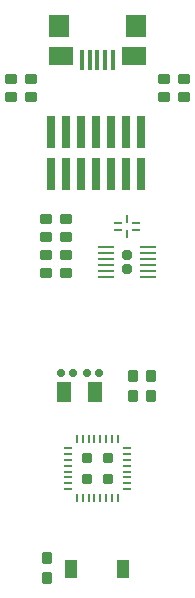
<source format=gtp>
G04 #@! TF.GenerationSoftware,KiCad,Pcbnew,(6.0.9)*
G04 #@! TF.CreationDate,2022-12-10T19:39:28+09:00*
G04 #@! TF.ProjectId,EB-STM32L412KB,45422d53-544d-4333-924c-3431324b422e,V2.0*
G04 #@! TF.SameCoordinates,Original*
G04 #@! TF.FileFunction,Paste,Top*
G04 #@! TF.FilePolarity,Positive*
%FSLAX46Y46*%
G04 Gerber Fmt 4.6, Leading zero omitted, Abs format (unit mm)*
G04 Created by KiCad (PCBNEW (6.0.9)) date 2022-12-10 19:39:28*
%MOMM*%
%LPD*%
G01*
G04 APERTURE LIST*
G04 Aperture macros list*
%AMRoundRect*
0 Rectangle with rounded corners*
0 $1 Rounding radius*
0 $2 $3 $4 $5 $6 $7 $8 $9 X,Y pos of 4 corners*
0 Add a 4 corners polygon primitive as box body*
4,1,4,$2,$3,$4,$5,$6,$7,$8,$9,$2,$3,0*
0 Add four circle primitives for the rounded corners*
1,1,$1+$1,$2,$3*
1,1,$1+$1,$4,$5*
1,1,$1+$1,$6,$7*
1,1,$1+$1,$8,$9*
0 Add four rect primitives between the rounded corners*
20,1,$1+$1,$2,$3,$4,$5,0*
20,1,$1+$1,$4,$5,$6,$7,0*
20,1,$1+$1,$6,$7,$8,$9,0*
20,1,$1+$1,$8,$9,$2,$3,0*%
G04 Aperture macros list end*
%ADD10RoundRect,0.225000X0.275000X0.225000X-0.275000X0.225000X-0.275000X-0.225000X0.275000X-0.225000X0*%
%ADD11RoundRect,0.225000X-0.225000X0.275000X-0.225000X-0.275000X0.225000X-0.275000X0.225000X0.275000X0*%
%ADD12RoundRect,0.150000X0.150000X0.150000X-0.150000X0.150000X-0.150000X-0.150000X0.150000X-0.150000X0*%
%ADD13RoundRect,0.150000X-0.150000X-0.150000X0.150000X-0.150000X0.150000X0.150000X-0.150000X0.150000X0*%
%ADD14R,1.800000X1.900000*%
%ADD15R,0.300000X1.750000*%
%ADD16R,2.100000X1.600000*%
%ADD17R,0.650000X2.770000*%
%ADD18RoundRect,0.225000X-0.275000X-0.225000X0.275000X-0.225000X0.275000X0.225000X-0.275000X0.225000X0*%
%ADD19R,1.000000X1.600000*%
%ADD20R,0.675000X0.200000*%
%ADD21R,0.200000X0.700000*%
%ADD22RoundRect,0.200000X-0.200000X-0.200000X0.200000X-0.200000X0.200000X0.200000X-0.200000X0.200000X0*%
%ADD23R,1.400000X0.150000*%
%ADD24RoundRect,0.222500X-0.222500X0.222500X-0.222500X-0.222500X0.222500X-0.222500X0.222500X0.222500X0*%
%ADD25R,0.150000X0.800000*%
%ADD26R,0.800000X0.150000*%
%ADD27R,1.200000X1.800000*%
G04 APERTURE END LIST*
D10*
X-2650000Y-2900000D03*
X-4350000Y-2900000D03*
X-2650000Y-1400000D03*
X-4350000Y-1400000D03*
D11*
X3000000Y-14650000D03*
X3000000Y-16350000D03*
X-4300000Y-30050000D03*
X-4300000Y-31750000D03*
D12*
X100000Y-14400000D03*
X-900000Y-14400000D03*
D13*
X-3100000Y-14400000D03*
X-2100000Y-14400000D03*
D10*
X-5650000Y10500000D03*
X-7350000Y10500000D03*
X-2650000Y-5900000D03*
X-4350000Y-5900000D03*
X7350000Y10500000D03*
X5650000Y10500000D03*
D14*
X-3250000Y15000000D03*
X3250000Y15000000D03*
D15*
X1300000Y12125000D03*
X650000Y12125000D03*
X0Y12125000D03*
X-650000Y12125000D03*
X-1300000Y12125000D03*
D16*
X-3100000Y12450000D03*
X3100000Y12450000D03*
D17*
X3710000Y5978000D03*
X3710000Y2422000D03*
X2440000Y5978000D03*
X2440000Y2422000D03*
X1170000Y5978000D03*
X1170000Y2422000D03*
X-100000Y5978000D03*
X-100000Y2422000D03*
X-1370000Y5978000D03*
X-1370000Y2422000D03*
X-2640000Y5978000D03*
X-2640000Y2422000D03*
X-3910000Y5978000D03*
X-3910000Y2422000D03*
D18*
X5650000Y9000000D03*
X7350000Y9000000D03*
X-7350000Y9000000D03*
X-5650000Y9000000D03*
D10*
X-2650000Y-4400000D03*
X-4350000Y-4400000D03*
D19*
X-2200000Y-31000000D03*
X2200000Y-31000000D03*
D20*
X1712500Y-2275000D03*
X1712500Y-1725000D03*
D21*
X2500000Y-1350000D03*
D20*
X3287500Y-1725000D03*
X3287500Y-2275000D03*
D21*
X2500000Y-2650000D03*
D22*
X2500000Y-4400000D03*
X2500000Y-5600000D03*
D23*
X700000Y-3750000D03*
X700000Y-4250000D03*
X700000Y-4750000D03*
X700000Y-5250000D03*
X700000Y-5750000D03*
X700000Y-6250000D03*
X4300000Y-6250000D03*
X4300000Y-5750000D03*
X4300000Y-5250000D03*
X4300000Y-4750000D03*
X4300000Y-4250000D03*
X4300000Y-3750000D03*
D24*
X-900000Y-21600000D03*
X-900000Y-23400000D03*
X900000Y-21600000D03*
X900000Y-23400000D03*
D25*
X1750000Y-20000000D03*
X1250000Y-20000000D03*
X750000Y-20000000D03*
X250000Y-20000000D03*
X-250000Y-20000000D03*
X-750000Y-20000000D03*
X-1250000Y-20000000D03*
X-1750000Y-20000000D03*
D26*
X-2500000Y-20750000D03*
X-2500000Y-21250000D03*
X-2500000Y-21750000D03*
X-2500000Y-22250000D03*
X-2500000Y-22750000D03*
X-2500000Y-23250000D03*
X-2500000Y-23750000D03*
X-2500000Y-24250000D03*
D25*
X-1750000Y-25000000D03*
X-1250000Y-25000000D03*
X-750000Y-25000000D03*
X-250000Y-25000000D03*
X250000Y-25000000D03*
X750000Y-25000000D03*
X1250000Y-25000000D03*
X1750000Y-25000000D03*
D26*
X2500000Y-24250000D03*
X2500000Y-23750000D03*
X2500000Y-23250000D03*
X2500000Y-22750000D03*
X2500000Y-22250000D03*
X2500000Y-21750000D03*
X2500000Y-21250000D03*
X2500000Y-20750000D03*
D27*
X-200000Y-16000000D03*
X-2800000Y-16000000D03*
D11*
X4500000Y-14650000D03*
X4500000Y-16350000D03*
M02*

</source>
